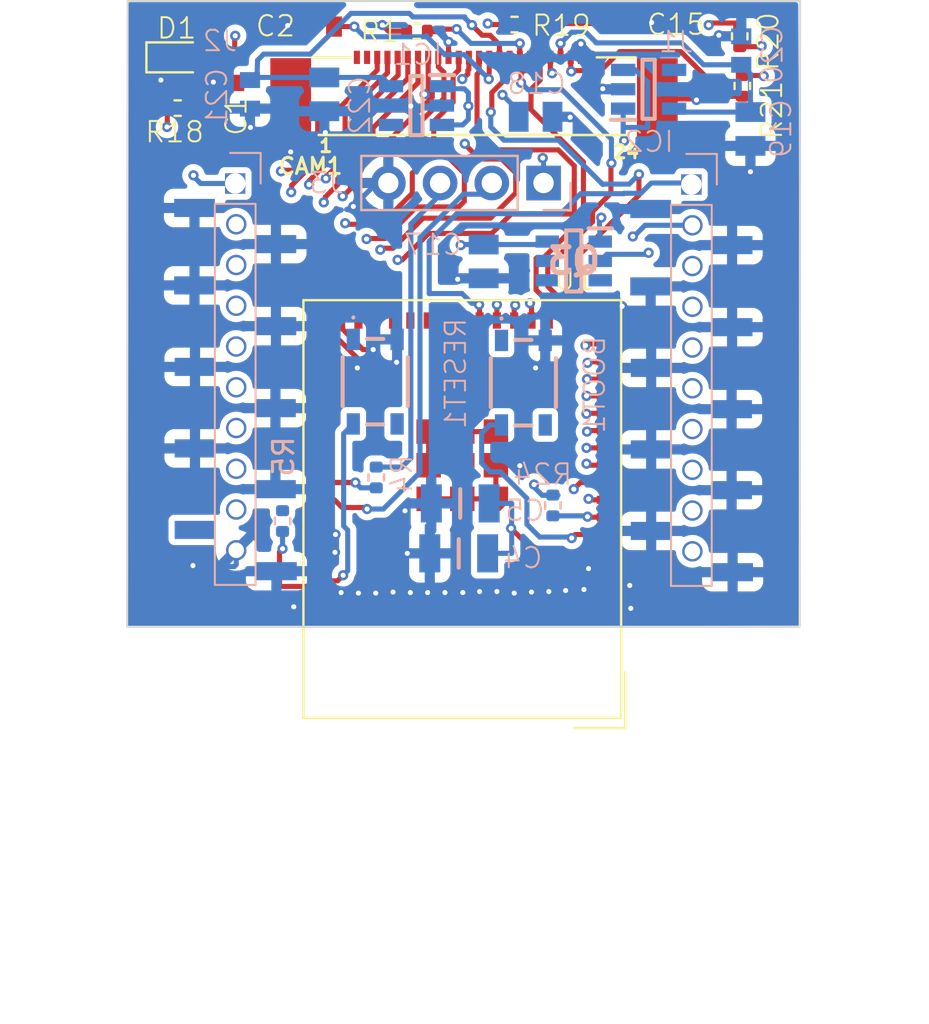
<source format=kicad_pcb>
(kicad_pcb (version 20221018) (generator pcbnew)
  (layers (0 "F.Cu" signal) (1 "In1.Cu" signal) (2 "In2.Cu" signal) (31 "B.Cu" power) (34 "B.Paste" user) (35 "F.Paste" user) (36 "B.SilkS" user "B.Silkscreen") (37 "F.SilkS" user "F.Silkscreen") (38 "B.Mask" user) (39 "F.Mask" user) (44 "Edge.Cuts" user))
  (net 0 "")
  (net 1 "GND")
  (net 2 "+3V0")
  (net 3 "+2V8")
  (net 4 "+1V2")
  (net 7 "/PWR_LED")
  (net 10 "/GPIO0")
  (net 11 "/GPIO1")
  (net 12 "/TXD0")
  (net 13 "/GPIO7")
  (net 14 "Net-(J3-Pin_3)")
  (net 15 "/RXD0")
  (net 16 "/GPIO18")
  (net 17 "/GPIO17")
  (net 34 "/TWI_SCK")
  (net 35 "/TWI_SDA")
  (net 38 "/GPIO2")
  (net 39 "/GPIO3")
  (net 40 "/GPIO4")
  (net 41 "/GPIO5")
  (net 42 "/GPIO6")
  (net 43 "/GPIO8")
  (net 44 "/GPIO9")
  (net 45 "/GPIO10")
  (net 46 "/GPIO11")
  (net 47 "/GPIO12")
  (net 48 "/GPIO13")
  (net 49 "/GPIO14")
  (net 50 "/GPIO19")
  (net 51 "/GPIO20")
  (net 52 "/GPIO21")
  (net 53 "/GPIO26")
  (net 55 "/GPIO33")
  (net 56 "/GPIO34")
  (net 57 "/GPIO35")
  (net 58 "/GPIO36")
  (net 59 "/GPIO37")
  (net 60 "/GPIO38")
  (net 61 "/GPIO39")
  (net 62 "/GPIO40")
  (net 63 "/GPIO41")
  (net 64 "/GPIO42")
  (net 65 "/GPIO45")
  (net 66 "/GPIO46")
  (net 67 "/EN")
  (net 68 "/PWDN")
  (net 69 "/CAM_VCC")
  (net 70 "Net-(Q3A-G)")
  (net 71 "unnconnected")
  (footprint "Resistor_SMD:R_0402_1005Metric" (layer "F.Cu") (at 162.5 76.15 180)
    (fp_text reference "R18")
    (fp_text value "5.1K")
  )
  (footprint "CAPACITOR0.1UF:CAPC1608X90N" (layer "F.Cu") (at 169.475 72.15 180)
    (fp_text reference "C2")
    (fp_text value "0.1uF" hide)
  )
  (footprint "Resistor_SMD:R_0402_1005Metric" (layer "F.Cu") (at 174.25 72.375 180)
    (fp_text reference "R1")
    (fp_text value "1K")
  )
  (footprint "Resistor_SMD:R_0402_1005Metric" (layer "F.Cu") (at 190.1 72.625 -90)
    (fp_text reference "R20")
    (fp_text value "4.7K")
  )
  (footprint "new:ESP32-S2-MINI-2" (layer "F.Cu") (at 176.475 101.075 180)
    (fp_text reference "U1")
    (fp_text value "ESP32-S2-MINI-2")
  )
  (footprint "Resistor_SMD:R_0402_1005Metric" (layer "F.Cu") (at 179.04 72.05 180)
    (fp_text reference "R19")
    (fp_text value "4.7K")
  )
  (footprint "Resistor_SMD:R_0402_1005Metric" (layer "F.Cu") (at 190.225 75.06 90)
    (fp_text reference "R21")
    (fp_text value "4.7K")
  )
  (footprint "OV2640:FPC-24" (layer "F.Cu") (at 177.05 73.66 180)
    (fp_text reference "CAM1")
    (fp_text value "OV2640 CONNECTOR")
  )
  (footprint "LED_SMD:LED_0603_1608Metric" (layer "F.Cu") (at 162.45 73.66)
    (fp_text reference "D1")
    (fp_text value "LED")
  )
  (footprint "CAPACITOR15PF:CAPC1608X87N" (layer "F.Cu") (at 165.3 74.245 -90)
    (fp_text reference "C1")
    (fp_text value "15pF" hide)
  )
  (footprint "CAPACITOR0.1UF:CAPC1608X90N" (layer "F.Cu") (at 184.275 72 180)
    (fp_text reference "C15")
    (fp_text value "0.1uF" hide)
  )
  (footprint "TPS7A0212PDBVR:SOT95P280X145-5N" (layer "B.Cu") (at 174.225 76.025 180)
    (fp_text reference "IC1")
    (fp_text value "TPS7A0212PDBVR" hide)
  )
  (footprint "NEW-SWITCH:TS204225WT160SMTTR" (layer "B.Cu") (at 179.475 89.625 -90)
    (fp_text reference "BOOT1")
    (fp_text value "TS20-42-25-WT-160-SMT-TR" hide)
  )
  (footprint "CAPACITOR0.1UF:CAPC1608X90N" (layer "B.Cu") (at 166.05 75.475 -90)
    (fp_text reference "C21")
    (fp_text value "0.1uF" hide)
  )
  (footprint "CONN_01X10_CRAZTFLIE:CONN_PINHEADERS_01X10_CRAZYFLIE" (layer "B.Cu") (at 183.975 72.4 180)
    (fp_text reference "J1")
    (fp_text value "Conn_01x10_Pin RIGHT")
  )
  (footprint "CAPACITOR0.1UF50V:CAPC3216X170N" (layer "B.Cu") (at 176.375 95.55 180)
    (fp_text reference "C5")
    (fp_text value "0.1uF/50V(1%)" hide)
  )
  (footprint "CONN_01X10_CRAZTFLIE:CONN_PINHEADERS_01X10_CRAZYFLIE" (layer "B.Cu") (at 161.575 72.35 180)
    (fp_text reference "J2")
    (fp_text value "Conn_01x10_Pin LEFT")
  )
  (footprint "CAPACITOR10UF:CAPC2012X145N" (layer "B.Cu") (at 177.525 83.675 -90)
    (fp_text reference "C17")
    (fp_text value "10uF" hide)
  )
  (footprint "NEW-SWITCH:TS204225WT160SMTTR" (layer "B.Cu") (at 172.2 89.575 -90)
    (fp_text reference "RESET1")
    (fp_text value "TS20-42-25-WT-160-SMT-TR" hide)
  )
  (footprint "Resistor_SMD:R_0402_1005Metric" (layer "B.Cu") (at 167.65 96.415 90)
    (fp_text reference "R5")
    (fp_text value "10K")
  )
  (footprint "CAPACITOR0.1UF50V:CAPC3216X170N" (layer "B.Cu") (at 176.3 98 180)
    (fp_text reference "C4")
    (fp_text value "0.1uF/50V(1%)" hide)
  )
  (footprint "CAPACITOR0.1UF:CAPC1608X90N" (layer "B.Cu") (at 190.175 73.325 90)
    (fp_text reference "C20")
    (fp_text value "0.1uF" hide)
  )
  (footprint "DMP3098LDM-7:SOT95P285X140-6N" (layer "B.Cu") (at 181.95 83.65 180)
    (fp_text reference "Q3")
    (fp_text value "DMP3098LDM-7" hide)
  )
  (footprint "CAPACITOR10UF:CAPC2012X145N" (layer "B.Cu") (at 180.075 76.575)
    (fp_text reference "C18")
    (fp_text value "10uF" hide)
  )
  (footprint "CAPACITOR10UF:CAPC2012X145N" (layer "B.Cu") (at 190.625 77.175 -90)
    (fp_text reference "C19")
    (fp_text value "10uF" hide)
  )
  (footprint "TPS7A0228PDBVR:SOT95P280X145-5N" (layer "B.Cu") (at 185.625 75.225)
    (fp_text reference "IC2")
    (fp_text value "TPS7A0228PDBVR" hide)
  )
  (footprint "Resistor_SMD:R_0402_1005Metric" (layer "B.Cu") (at 180.925 95.65 -90)
    (fp_text reference "R24")
    (fp_text value "1K")
  )
  (footprint "CAPACITOR10UF:CAPC2012X145N" (layer "B.Cu") (at 169.7 75.475 -90)
    (fp_text reference "C22")
    (fp_text value "10uF" hide)
  )
  (footprint "Connector_PinHeader_2.54mm:PinHeader_1x04_P2.54mm_Vertical" (layer "B.Cu") (at 180.465 79.825 90)
    (fp_text reference "J3")
    (fp_text value "Conn_01x04")
  )
  (footprint "Resistor_SMD:R_0402_1005Metric" (layer "B.Cu") (at 172.25 94.275 -90)
    (fp_text reference "R4")
    (fp_text value "499 R")
  )
  (gr_poly (pts (xy 160.045 70.895) (xy 193.065 70.895) (xy 193.04 101.6) (xy 160.02 101.6)) (stroke (width 0.1)) (fill none) (layer "Edge.Cuts"))
  (segment (start 173.075 99.9) (end 173.075 100.675) (width 0.25) (layer "F.Cu") (net 1))
  (segment (start 168.025 72.15) (end 167.975 72.1) (width 0.25) (layer "F.Cu") (net 1))
  (segment (start 168.05 78.3) (end 168.05 78.2) (width 0.25) (layer "F.Cu") (net 1))
  (segment (start 185.775 71.875) (end 185.675 71.975) (width 0.25) (layer "F.Cu") (net 1))
  (segment (start 179.25 93.675) (end 179.225 93.675) (width 0.25) (layer "F.Cu") (net 1))
  (segment (start 176.475 99.95) (end 176.5 99.925) (width 0.25) (layer "F.Cu") (net 1))
  (segment (start 174.825 95.325) (end 176.475 95.325) (width 0.25) (layer "F.Cu") (net 1))
  (segment (start 172.8495 72.375) (end 173.74 72.375) (width 0.25) (layer "F.Cu") (net 1))
  (segment (start 181.55 100.65) (end 181.575 100.675) (width 0.25) (layer "F.Cu") (net 1))
  (segment (start 184.65 99.625) (end 184.7 99.575) (width 0.25) (layer "F.Cu") (net 1))
  (segment (start 169.475 86.575) (end 171.325 88.425) (width 0.25) (layer "F.Cu") (net 1))
  (segment (start 161.675 74.775) (end 161.8 74.775) (width 0.25) (layer "F.Cu") (net 1))
  (segment (start 171.6 88) (end 172.1 88) (width 0.25) (layer "F.Cu") (net 1))
  (segment (start 172.225 99.95) (end 172.225 100.675) (width 0.25) (layer "F.Cu") (net 1))
  (segment (start 178.125 93.675) (end 179.2 93.675) (width 0.25) (layer "F.Cu") (net 1))
  (segment (start 185.7 71.95) (end 185.775 71.95) (width 0.25) (layer "F.Cu") (net 1))
  (segment (start 168.2 100.625) (end 169.425 100.625) (width 0.25) (layer "F.Cu") (net 1))
  (segment (start 171.325 88.425) (end 171.325 88.9) (width 0.25) (layer "F.Cu") (net 1))
  (segment (start 180.725 99.875) (end 180.775 99.875) (width 0.25) (layer "F.Cu") (net 1))
  (segment (start 185.775 71.95) (end 185.775 71.875) (width 0.25) (layer "F.Cu") (net 1))
  (segment (start 161.675 74.65) (end 161.675 74.775) (width 0.25) (layer "F.Cu") (net 1))
  (segment (start 174.825 92.025) (end 174.825 93.675) (width 0.25) (layer "F.Cu") (net 1))
  (segment (start 170.2 97.925) (end 170.225 97.95) (width 0.25) (layer "F.Cu") (net 1))
  (segment (start 171.375 99.95) (end 171.375 100.675) (width 0.25) (layer "F.Cu") (net 1))
  (segment (start 182.3 73) (end 182.3 73.05) (width 0.25) (layer "F.Cu") (net 1))
  (segment (start 169.425 100.625) (end 169.475 100.675) (width 0.25) (layer "F.Cu") (net 1))
  (segment (start 176.475 95.325) (end 178.125 95.325) (width 0.25) (layer "F.Cu") (net 1))
  (segment (start 183.625 86.575) (end 184.325 85.875) (width 0.25) (layer "F.Cu") (net 1))
  (segment (start 176.475 100.675) (end 176.475 99.95) (width 0.25) (layer "F.Cu") (net 1))
  (segment (start 181.55 99.825) (end 181.55 100.65) (width 0.25) (layer "F.Cu") (net 1))
  (segment (start 174.775 99.925) (end 174.775 100.675) (width 0.25) (layer "F.Cu") (net 1))
  (segment (start 184.725 100.675) (end 183.475 100.675) (width 0.25) (layer "F.Cu") (net 1))
  (segment (start 170.525 100.675) (end 170.525 99.925) (width 0.25) (layer "F.Cu") (net 1))
  (segment (start 164.35 74.875) (end 164.25 74.875) (width 0.25) (layer "F.Cu") (net 1))
  (segment (start 182.45 99.775) (end 182.45 100.65) (width 0.25) (layer "F.Cu") (net 1))
  (segment (start 167.975 72.1) (end 167.9 72.1) (width 0.25) (layer "F.Cu") (net 1))
  (segment (start 175.8 73.66) (end 175.8 72.9) (width 0.25) (layer "F.Cu") (net 1))
  (segment (start 183.475 99.625) (end 184.65 99.625) (width 0.25) (layer "F.Cu") (net 1))
  (segment (start 165.3 74.915) (end 164.39 74.915) (width 0.25) (layer "F.Cu") (net 1))
  (segment (start 178.125 92.025) (end 176.475 92.025) (width 0.25) (layer "F.Cu") (net 1))
  (segment (start 170.525 86.575) (end 170.525 86.925) (width 0.25) (layer "F.Cu") (net 1))
  (segment (start 175.8 72.9) (end 175.8 73.05) (width 0.25) (layer "F.Cu") (net 1))
  (segment (start 170.25 97.075) (end 169.475 97.075) (width 0.25) (layer "F.Cu") (net 1))
  (segment (start 161.6625 73.66) (end 161.6625 74.6375) (width 0.25) (layer "F.Cu") (net 1))
  (segment (start 176.475 92.025) (end 176.475 93.675) (width 0.25) (layer "F.Cu") (net 1))
  (segment (start 182.45 100.65) (end 182.425 100.675) (width 0.25) (layer "F.Cu") (net 1))
  (segment (start 175.625 99.925) (end 175.625 100.675) (width 0.25) (layer "F.Cu") (net 1))
  (segment (start 185.65 72) (end 185.7 71.95) (width 0.25) (layer "F.Cu") (net 1))
  (segment (start 178.125 95.325) (end 178.125 93.675) (width 0.25) (layer "F.Cu") (net 1))
  (segment (start 161.8 74.775) (end 161.675 74.65) (width 0.25) (layer "F.Cu") (net 1))
  (segment (start 179.3 93.7) (end 179.25 93.675) (width 0.25) (layer "F.Cu") (net 1))
  (segment (start 187.925 75.7) (end 187.975 75.75) (width 0.25) (layer "F.Cu") (net 1))
  (segment (start 168.775 72.15) (end 168.025 72.15) (width 0.25) (layer "F.Cu") (net 1))
  (segment (start 184.75 100.7) (end 184.725 100.675) (width 0.25) (layer "F.Cu") (net 1))
  (segment (start 186.05 75.7) (end 187.925 75.7) (width 0.25) (layer "F.Cu") (net 1))
  (segment (start 183.475 100.675) (end 183.475 100.575) (width 0.25) (layer "F.Cu") (net 1))
  (segment (start 183.475 86.575) (end 183.625 86.575) (width 0.25) (layer "F.Cu") (net 1))
  (segment (start 177.325 99.875) (end 177.325 100.675) (width 0.25) (layer "F.Cu") (net 1))
  (segment (start 173.925 99.925) (end 173.925 100.675) (width 0.25) (layer "F.Cu") (net 1))
  (segment (start 182.3 73.66) (end 182.3 73) (width 0.25) (layer "F.Cu") (net 1))
  (segment (start 164.25 74.775) (end 164.375 74.9) (width 0.25) (layer "F.Cu") (net 1))
  (segment (start 176.475 93.675) (end 176.475 95.325) (width 0.25) (layer "F.Cu") (net 1))
  (segment (start 175.625 99.925) (end 175.725 99.925) (width 0.25) (layer "F.Cu") (net 1))
  (segment (start 183.475 98.775) (end 182.75 98.775) (width 0.25) (layer "F.Cu") (net 1))
  (segment (start 179.875 99.9) (end 179.875 100.675) (width 0.25) (layer "F.Cu") (net 1))
  (segment (start 184.975 72) (end 185.65 72) (width 0.25) (layer "F.Cu") (net 1))
  (segment (start 168.05 75.7) (end 168.05 78.3) (width 0.25) (layer "F.Cu") (net 1))
  (segment (start 169.475 97.925) (end 170.2 97.925) (width 0.25) (layer "F.Cu") (net 1))
  (segment (start 176.475 92.025) (end 174.825 92.025) (width 0.25) (layer "F.Cu") (net 1))
  (segment (start 164.39 74.915) (end 164.35 74.875) (width 0.25) (layer "F.Cu") (net 1))
  (segment (start 178.175 99.875) (end 178.175 100.675) (width 0.25) (layer "F.Cu") (net 1))
  (segment (start 161.6625 74.6375) (end 161.675 74.65) (width 0.25) (layer "F.Cu") (net 1))
  (segment (start 179.025 99.95) (end 179.025 100.675) (width 0.25) (layer "F.Cu") (net 1))
  (segment (start 180.725 99.875) (end 180.725 100.675) (width 0.25) (layer "F.Cu") (net 1))
  (segment (start 170.525 86.925) (end 171.6 88) (width 0.25) (layer "F.Cu") (net 1))
  (segment (start 172.55 72.0755) (end 172.8495 72.375) (width 0.25) (layer "F.Cu") (net 1))
  (segment (start 174.825 93.675) (end 174.825 95.325) (width 0.25) (layer "F.Cu") (net 1))
  (segment (start 178.125 93.675) (end 178.125 92.025) (width 0.25) (layer "F.Cu") (net 1))
  (segment (start 164.25 74.875) (end 164.25 74.775) (width 0.25) (layer "F.Cu") (net 1))
  (segment (start 179.2 93.675) (end 179.3 93.7) (width 0.25) (layer "F.Cu") (net 1))
  (segment (start 167.9 72.1) (end 167.9 72.025) (width 0.25) (layer "F.Cu") (net 1))
  (segment (start 167.9 72.025) (end 168 72.125) (width 0.25) (layer "F.Cu") (net 1))
  (via (at 173.6625 95.9125) (size 0.5) (drill 0.25) (layers "F.Cu" "B.Cu") (net 1))
  (via (at 173.925 99.925) (size 0.5) (drill 0.25) (layers "F.Cu" "B.Cu") (net 1))
  (via (at 167.9 72.1) (size 0.5) (drill 0.25) (layers "F.Cu" "B.Cu") (net 1))
  (via (at 177.325 99.875) (size 0.5) (drill 0.25) (layers "F.Cu" "B.Cu") (net 1))
  (via (at 166.075 77.1) (size 0.5) (drill 0.25) (layers "F.Cu" "B.Cu") (net 1))
  (via (at 173.95 76.05) (size 0.5) (drill 0.25) (layers "F.Cu" "B.Cu") (net 1))
  (via (at 163.25 98.6) (size 0.5) (drill 0.25) (layers "F.Cu" "B.Cu") (net 1))
  (via (at 173.075 99.9) (size 0.5) (drill 0.25) (layers "F.Cu" "B.Cu") (net 1))
  (via (at 179.875 99.9) (size 0.5) (drill 0.25) (layers "F.Cu" "B.Cu") (net 1))
  (via (at 184.325 85.875) (size 0.5) (drill 0.25) (layers "F.Cu" "B.Cu") (net 1))
  (via (at 184.75 100.7) (size 0.5) (drill 0.25) (layers "F.Cu" "B.Cu") (net 1))
  (via (at 168.2 100.625) (size 0.5) (drill 0.25) (layers "F.Cu" "B.Cu") (net 1))
  (via (at 173.775 98) (size 0.5) (drill 0.25) (layers "F.Cu" "B.Cu") (net 1))
  (via (at 180.075 88.9) (size 0.5) (drill 0.25) (layers "F.Cu" "B.Cu") (net 1))
  (via (at 182.675 98.75) (size 0.5) (drill 0.25) (layers "F.Cu" "B.Cu") (net 1))
  (via (at 164.25 74.875) (size 0.5) (drill 0.25) (layers "F.Cu" "B.Cu") (net 1))
  (via (at 176.25 84.55) (size 0.5) (drill 0.25) (layers "F.Cu" "B.Cu") (net 1))
  (via (at 179.3 93.7) (size 0.5) (drill 0.25) (layers "F.Cu" "B.Cu") (net 1))
  (via (at 173.25 88.625) (size 0.5) (drill 0.25) (layers "F.Cu" "B.Cu") (net 1))
  (via (at 170.25 97.075) (size 0.5) (drill 0.25) (layers "F.Cu" "B.Cu") (net 1))
  (via (at 182.3 73) (size 0.5) (drill 0.25) (layers "F.Cu" "B.Cu") (net 1))
  (via (at 170.525 99.925) (size 0.5) (drill 0.25) (layers "F.Cu" "B.Cu") (net 1))
  (via (at 171.375 99.95) (size 0.5) (drill 0.25) (layers "F.Cu" "B.Cu") (net 1))
  (via (at 176.5 99.925) (size 0.5) (drill 0.25) (layers "F.Cu" "B.Cu") (net 1))
  (via (at 190.625 79.275) (size 0.5) (drill 0.25) (layers "F.Cu" "B.Cu") (net 1))
  (via (at 182.45 99.775) (size 0.5) (drill 0.25) (layers "F.Cu" "B.Cu") (net 1))
  (via (at 168.05 78.3) (size 0.5) (drill 0.25) (layers "F.Cu" "B.Cu") (net 1))
  (via (at 171.125 80.975) (size 0.5) (drill 0.25) (layers "F.Cu" "B.Cu") (net 1))
  (via (at 181.775 76.6) (size 0.5) (drill 0.25) (layers "F.Cu" "B.Cu") (net 1))
  (via (at 172.1 88) (size 0.5) (drill 0.25) (layers "F.Cu" "B.Cu") (net 1))
  (via (at 175.8 72.9) (size 0.5) (drill 0.25) (layers "F.Cu" "B.Cu") (net 1))
  (via (at 180.725 99.875) (size 0.5) (drill 0.25) (layers "F.Cu" "B.Cu") (net 1))
  (via (at 172.55 72.0755) (size 0.5) (drill 0.25) (layers "F.Cu" "B.Cu") (net 1))
  (via (at 161.675 74.775) (size 0.5) (drill 0.25) (layers "F.Cu" "B.Cu") (net 1))
  (via (at 175.625 99.925) (size 0.5) (drill 0.25) (layers "F.Cu" "B.Cu") (net 1))
  (via (at 189.075 72.575) (size 0.5) (drill 0.25) (layers "F.Cu" "B.Cu") (net 1))
  (via (at 183.375 75.2) (size 0.5) (drill 0.25) (layers "F.Cu" "B.Cu") (net 1))
  (via (at 171.325 88.9) (size 0.5) (drill 0.25) (layers "F.Cu" "B.Cu") (net 1))
  (via (at 178.175 99.875) (size 0.5) (drill 0.25) (layers "F.Cu" "B.Cu") (net 1))
  (via (at 172.225 99.95) (size 0.5) (drill 0.25) (layers "F.Cu" "B.Cu") (net 1))
  (via (at 179.025 99.95) (size 0.5) (drill 0.25) (layers "F.Cu" "B.Cu") (net 1))
  (via (at 174.775 99.925) (size 0.5) (drill 0.25) (layers "F.Cu" "B.Cu") (net 1))
  (via (at 187.975 75.75) (size 0.5) (drill 0.25) (layers "F.Cu" "B.Cu") (net 1))
  (via (at 169.75 77.35) (size 0.5) (drill 0.25) (layers "F.Cu" "B.Cu") (net 1))
  (via (at 170.225 97.95) (size 0.5) (drill 0.25) (layers "F.Cu" "B.Cu") (net 1))
  (via (at 181.55 99.825) (size 0.5) (drill 0.25) (layers "F.Cu" "B.Cu") (net 1))
  (via (at 184.7 99.575) (size 0.5) (drill 0.25) (layers "F.Cu" "B.Cu") (net 1))
  (via (at 185.775 71.95) (size 0.5) (drill 0.25) (layers "F.Cu" "B.Cu") (net 1))
  (segment (start 183.5 75.225) (end 183.375 75.2) (width 0.25) (layer "B.Cu") (net 1))
  (segment (start 180.55 88.4) (end 180.225 88.725) (width 0.25) (layer "B.Cu") (net 1))
  (segment (start 173.275 87.5) (end 173.275 88.575) (width 0.25) (layer "B.Cu") (net 1))
  (segment (start 172.275 79.825) (end 172.845 79.825) (width 0.25) (layer "B.Cu") (net 1))
  (segment (start 165.35 98.575) (end 165.275 98.65) (width 0.25) (layer "B.Cu") (net 1))
  (segment (start 173.95 76.05) (end 175.45 76.05) (width 0.25) (layer "B.Cu") (net 1))
  (segment (start 173.775 98) (end 174.88 98) (width 0.25) (layer "B.Cu") (net 1))
  (segment (start 180.15 88.8) (end 180.275 88.675) (width 0.25) (layer "B.Cu") (net 1))
  (segment (start 166.05 77.075) (end 166.05 76.925) (width 0.25) (layer "B.Cu") (net 1))
  (segment (start 190.625 78.005) (end 190.625 79.125) (width 0.25) (layer "B.Cu") (net 1))
  (segment (start 163.5 98.65) (end 163.525 98.65) (width 0.25) (layer "B.Cu") (net 1))
  (segment (start 163.55 98.65) (end 163.325 98.625) (width 0.25) (layer "B.Cu") (net 1))
  (segment (start 169.7 76.305) (end 169.7 77.375) (width 0.25) (layer "B.Cu") (net 1))
  (segment (start 183.375 75.2) (end 183.45 75.225) (width 0.25) (layer "B.Cu") (net 1))
  (segment (start 176.325 84.5) (end 176.33 84.505) (width 0.25) (layer "B.Cu") (net 1))
  (segment (start 189.35 72.625) (end 189.125 72.55) (width 0.25) (layer "B.Cu") (net 1))
  (segment (start 183.45 75.225) (end 183.475 75.225) (width 0.25) (layer "B.Cu") (net 1))
  (segment (start 190.625 79.125) (end 190.625 79.05) (width 0.25) (layer "B.Cu") (net 1))
  (segment (start 181.725 76.6) (end 181.725 76.575) (width 0.25) (layer "B.Cu") (net 1))
  (segment (start 190.175 72.625) (end 189.35 72.625) (width 0.25) (layer "B.Cu") (net 1))
  (segment (start 175.45 76.05) (end 175.475 76.025) (width 0.25) (layer "B.Cu") (net 1))
  (segment (start 174.025 95.55) (end 174.955 95.55) (width 0.25) (layer "B.Cu") (net 1))
  (segment (start 180.225 88.725) (end 180.15 88.725) (width 0.25) (layer "B.Cu") (net 1))
  (segment (start 180.905 76.575) (end 181.725 76.6) (width 0.25) (layer "B.Cu") (net 1))
  (segment (start 184.375 75.225) (end 183.5 75.225) (width 0.25) (layer "B.Cu") (net 1))
  (segment (start 175.55 76.1) (end 175.475 76.025) (width 0.25) (layer "B.Cu") (net 1))
  (segment (start 165.275 98.65) (end 163.55 98.65) (width 0.25) (layer "B.Cu") (net 1))
  (segment (start 180.55 87.55) (end 180.55 88.4) (width 0.25) (layer "B.Cu") (net 1))
  (segment (start 189.125 72.55) (end 189.2 72.625) (width 0.25) (layer "B.Cu") (net 1))
  (segment (start 165.375 97.85) (end 165.375 98.55) (width 0.25) (layer "B.Cu") (net 1))
  (segment (start 180.15 88.725) (end 180.15 88.8) (width 0.25) (layer "B.Cu") (net 1))
  (segment (start 176.325 84.5) (end 176.525 84.5) (width 0.25) (layer "B.Cu") (net 1))
  (segment (start 171.125 80.975) (end 172.275 79.825) (width 0.25) (layer "B.Cu") (net 1))
  (segment (start 166.05 76.175) (end 166.05 77.075) (width 0.25) (layer "B.Cu") (net 1))
  (segment (start 165.375 98.55) (end 165.35 98.575) (width 0.25) (layer "B.Cu") (net 1))
  (segment (start 173.6625 95.9125) (end 174.025 95.55) (width 0.25) (layer "B.Cu") (net 1))
  (segment (start 169.7 77.375) (end 169.7 77.275) (width 0.25) (layer "B.Cu") (net 1))
  (segment (start 189.2 72.625) (end 189.275 72.625) (width 0.25) (layer "B.Cu") (net 1))
  (segment (start 176.33 84.505) (end 177.525 84.505) (width 0.25) (layer "B.Cu") (net 1))
  (segment (start 163.325 98.625) (end 163.5 98.65) (width 0.25) (layer "B.Cu") (net 1))
  (segment (start 191.125 73.135) (end 191.09 73.135) (width 0.25) (layer "F.Cu") (net 2))
  (segment (start 191.275 74.575) (end 191.25 74.55) (width 0.25) (layer "F.Cu") (net 2))
  (segment (start 177.9 72.05) (end 177.725 72) (width 0.25) (layer "F.Cu") (net 2))
  (segment (start 183.475 97.925) (end 180.025 97.925) (width 0.25) (layer "F.Cu") (net 2))
  (segment (start 177.8 72.05) (end 177.85 72.05) (width 0.25) (layer "F.Cu") (net 2))
  (segment (start 190.1 73.135) (end 191.055 73.135) (width 0.25) (layer "F.Cu") (net 2))
  (segment (start 180.025 97.925) (end 178.875 96.775) (width 0.25) (layer "F.Cu") (net 2))
  (segment (start 191.055 73.135) (end 191.175 73.1) (width 0.25) (layer "F.Cu") (net 2))
  (segment (start 161.975 77.075) (end 161.99 77.06) (width 0.25) (layer "F.Cu") (net 2))
  (segment (start 190.225 74.55) (end 191.2 74.55) (width 0.25) (layer "F.Cu") (net 2))
  (segment (start 161.99 77.06) (end 161.99 76.15) (width 0.25) (layer "F.Cu") (net 2))
  (segment (start 178.53 72.05) (end 177.9 72.05) (width 0.25) (layer "F.Cu") (net 2))
  (segment (start 177.725 72) (end 177.8 72.05) (width 0.25) (layer "F.Cu") (net 2))
  (segment (start 191.175 73.1) (end 191.125 73.135) (width 0.25) (layer "F.Cu") (net 2))
  (segment (start 191.2 74.55) (end 191.275 74.575) (width 0.25) (layer "F.Cu") (net 2))
  (segment (start 161.975 77.075) (end 161.975 76.95) (width 0.25) (layer "F.Cu") (net 2))
  (segment (start 191.25 74.55) (end 191.225 74.55) (width 0.25) (layer "F.Cu") (net 2))
  (via (at 176.4 82.875) (size 0.5) (drill 0.25) (layers "F.Cu" "B.Cu") (net 2))
  (via (at 163.275 79.45) (size 0.5) (drill 0.25) (layers "F.Cu" "B.Cu") (net 2))
  (via (at 180.425 78.6) (size 0.5) (drill 0.25) (layers "F.Cu" "B.Cu") (net 2))
  (via (at 177.725 72) (size 0.5) (drill 0.25) (layers "F.Cu" "B.Cu") (net 2))
  (via (at 178.875 96.775) (size 0.5) (drill 0.25) (layers "F.Cu" "B.Cu") (net 2))
  (via (at 161.975 77.075) (size 0.5) (drill 0.25) (layers "F.Cu" "B.Cu") (net 2))
  (via (at 191.175 73.1) (size 0.5) (drill 0.25) (layers "F.Cu" "B.Cu") (net 2))
  (via (at 191.275 74.575) (size 0.5) (drill 0.25) (layers "F.Cu" "B.Cu") (net 2))
  (segment (start 180.465 79.825) (end 180.465 78.64) (width 0.25) (layer "B.Cu") (net 2))
  (segment (start 178.9 96.8) (end 178.875 96.775) (width 0.25) (layer "B.Cu") (net 2))
  (segment (start 180.505 82.845) (end 180.65 82.7) (width 0.25) (layer "B.Cu") (net 2))
  (segment (start 178.9 95.55) (end 178.9 96.75) (width 0.25) (layer "B.Cu") (net 2))
  (segment (start 163.275 79.5) (end 163.275 79.45) (width 0.25) (layer "B.Cu") (net 2))
  (segment (start 176.4 82.875) (end 176.37 82.845) (width 0.25) (layer "B.Cu") (net 2))
  (segment (start 176.37 82.845) (end 177.525 82.845) (width 0.25) (layer "B.Cu") (net 2))
  (segment (start 163.225 79.45) (end 163.325 79.55) (width 0.25) (layer "B.Cu") (net 2))
  (segment (start 177.795 95.55) (end 178.9 95.55) (width 0.25) (layer "B.Cu") (net 2))
  (segment (start 163.625 79.85) (end 163.275 79.5) (width 0.25) (layer "B.Cu") (net 2))
  (segment (start 177.72 98) (end 178.9 98) (width 0.25) (layer "B.Cu") (net 2))
  (segment (start 176.4 82.875) (end 176.35 82.825) (width 0.25) (layer "B.Cu") (net 2))
  (segment (start 163.275 79.45) (end 163.225 79.45) (width 0.25) (layer "B.Cu") (net 2))
  (segment (start 178.9 96.75) (end 178.875 96.775) (width 0.25) (layer "B.Cu") (net 2))
  (segment (start 180.465 78.64) (end 180.425 78.6) (width 0.25) (layer "B.Cu") (net 2))
  (segment (start 178.9 98) (end 178.9 96.8) (width 0.25) (layer "B.Cu") (net 2))
  (segment (start 165.325 79.85) (end 163.625 79.85) (width 0.25) (layer "B.Cu") (net 2))
  (segment (start 177.525 82.845) (end 180.505 82.845) (width 0.25) (layer "B.Cu") (net 2))
  (segment (start 181.3 73.66) (end 181.3 72.975) (width 0.25) (layer "F.Cu") (net 3))
  (segment (start 181.3 72.975) (end 181.3 73.025) (width 0.25) (layer "F.Cu") (net 3))
  (via (at 181.3 72.975) (size 0.5) (drill 0.25) (layers "F.Cu" "B.Cu") (net 3))
  (segment (start 187.045 76.345) (end 190.625 76.345) (width 0.25) (layer "B.Cu") (net 3))
  (segment (start 190.625 74.475) (end 190.175 74.025) (width 0.25) (layer "B.Cu") (net 3))
  (segment (start 181.3 72.975) (end 181.85 72.425) (width 0.25) (layer "B.Cu") (net 3))
  (segment (start 183.05 72.95) (end 187.25 72.95) (width 0.25) (layer "B.Cu") (net 3))
  (segment (start 186.875 76.175) (end 187.045 76.345) (width 0.25) (layer "B.Cu") (net 3))
  (segment (start 182.538173 72.425) (end 183.05 72.936827) (width 0.25) (layer "B.Cu") (net 3))
  (segment (start 187.25 72.95) (end 188.325 74.025) (width 0.25) (layer "B.Cu") (net 3))
  (segment (start 181.85 72.425) (end 182.538173 72.425) (width 0.25) (layer "B.Cu") (net 3))
  (segment (start 190.625 76.345) (end 190.625 74.475) (width 0.25) (layer "B.Cu") (net 3))
  (segment (start 188.325 74.025) (end 190.175 74.025) (width 0.25) (layer "B.Cu") (net 3))
  (segment (start 183.05 72.936827) (end 183.05 72.95) (width 0.25) (layer "B.Cu") (net 3))
  (segment (start 178.3 73.66) (end 178.3 73.035) (width 0.25) (layer "F.Cu") (net 4))
  (segment (start 177.84 72.575) (end 177.45 72.575) (width 0.25) (layer "F.Cu") (net 4))
  (segment (start 177.45 72.575) (end 176.95 72.075) (width 0.25) (layer "F.Cu") (net 4))
  (segment (start 178.3 73.035) (end 177.84 72.575) (width 0.25) (layer "F.Cu") (net 4))
  (segment (start 176.95 72.075) (end 177 72.125) (width 0.25) (layer "F.Cu") (net 4))
  (via (at 176.95 72.075) (size 0.5) (drill 0.25) (layers "F.Cu" "B.Cu") (net 4))
  (segment (start 171.011327 71.5005) (end 169.011827 73.5) (width 0.25) (layer "B.Cu") (net 4))
  (segment (start 176.6 71.725) (end 176.6 71.675) (width 0.25) (layer "B.Cu") (net 4))
  (segment (start 174.05 71.675) (end 173.8755 71.5005) (width 0.25) (layer "B.Cu") (net 4))
  (segment (start 172.545 74.645) (end 172.975 75.075) (width 0.25) (layer "B.Cu") (net 4))
  (segment (start 169.011827 73.5) (end 166.725 73.5) (width 0.25) (layer "B.Cu") (net 4))
  (segment (start 169.7 74.645) (end 172.545 74.645) (width 0.25) (layer "B.Cu") (net 4))
  (segment (start 173.8755 71.5005) (end 171.011327 71.5005) (width 0.25) (layer "B.Cu") (net 4))
  (segment (start 166.4 74.425) (end 166.425 73.8) (width 0.25) (layer "B.Cu") (net 4))
  (segment (start 166.05 74.775) (end 166.4 74.425) (width 0.25) (layer "B.Cu") (net 4))
  (segment (start 166.725 73.5) (end 166.425 73.8) (width 0.25) (layer "B.Cu") (net 4))
  (segment (start 176.6 71.675) (end 174.05 71.675) (width 0.25) (layer "B.Cu") (net 4))
  (segment (start 166.18 74.645) (end 166.05 74.775) (width 0.25) (layer "B.Cu") (net 4))
  (segment (start 169.7 74.645) (end 166.18 74.645) (width 0.25) (layer "B.Cu") (net 4))
  (segment (start 176.95 72.075) (end 176.6 71.725) (width 0.25) (layer "B.Cu") (net 4))
  (segment (start 163.01 76.15) (end 163.01 73.8875) (width 0.25) (layer "F.Cu") (net 7))
  (segment (start 163.01 73.8875) (end 163.2375 73.66) (width 0.25) (layer "F.Cu") (net 7))
  (segment (start 182.025 97.075) (end 181.85 97.25) (width 0.25) (layer "F.Cu") (net 10))
  (segment (start 183.475 97.075) (end 182.025 97.075) (width 0.25) (layer "F.Cu") (net 10))
  (via (at 181.85 97.25) (size 0.5) (drill 0.25) (layers "F.Cu" "B.Cu") (net 10))
  (segment (start 181.85 97.25) (end 181.7 97.2) (width 0.25) (layer "B.Cu") (net 10))
  (segment (start 179.65 96.575) (end 180.275 97.2) (width 0.25) (layer "B.Cu") (net 10))
  (segment (start 181.6 97.2) (end 181.85 97.25) (width 0.25) (layer "B.Cu") (net 10))
  (segment (start 181.7 97.2) (end 181.65 97.2) (width 0.25) (layer "B.Cu") (net 10))
  (segment (start 180.275 97.2) (end 181.6 97.2) (width 0.25) (layer "B.Cu") (net 10))
  (segment (start 179.65 95.305) (end 179.65 96.575) (width 0.25) (layer "B.Cu") (net 10))
  (segment (start 178.345 94) (end 179.65 95.305) (width 0.25) (layer "B.Cu") (net 10))
  (segment (start 177.825 91.7) (end 177.425 92.1) (width 0.25) (layer "B.Cu") (net 10))
  (segment (start 177.85 94) (end 178.345 94) (width 0.25) (layer "B.Cu") (net 10))
  (segment (start 177.425 93.575) (end 177.85 94) (width 0.25) (layer "B.Cu") (net 10))
  (segment (start 177.425 92.1) (end 177.425 93.575) (width 0.25) (layer "B.Cu") (net 10))
  (segment (start 178.4 91.7) (end 177.825 91.7) (width 0.25) (layer "B.Cu") (net 10))
  (segment (start 182.625 96.2) (end 182.725 96.225) (width 0.25) (layer "F.Cu") (net 11))
  (segment (start 183.475 96.225) (end 182.775 96.225) (width 0.25) (layer "F.Cu") (net 11))
  (segment (start 182.775 96.225) (end 182.625 96.2) (width 0.25) (layer "F.Cu") (net 11))
  (segment (start 182.725 96.225) (end 182.75 96.225) (width 0.25) (layer "F.Cu") (net 11))
  (via (at 182.625 96.2) (size 0.5) (drill 0.25) (layers "F.Cu" "B.Cu") (net 11))
  (segment (start 182.585 96.16) (end 182.625 96.2) (width 0.25) (layer "B.Cu") (net 11))
  (segment (start 180.925 96.16) (end 182.585 96.16) (width 0.25) (layer "B.Cu") (net 11))
  (segment (start 169.475 94.525) (end 171.225 94.525) (width 0.25) (layer "F.Cu") (net 12))
  (segment (start 171.225 94.525) (end 170.2 94.525) (width 0.25) (layer "F.Cu") (net 12))
  (via (at 171.225 94.525) (size 0.5) (drill 0.25) (layers "F.Cu" "B.Cu") (net 12))
  (segment (start 171.485 94.785) (end 171.225 94.525) (width 0.25) (layer "B.Cu") (net 12))
  (segment (start 172.25 94.785) (end 171.485 94.785) (width 0.25) (layer "B.Cu") (net 12))
  (segment (start 175 75.611396) (end 170.980698 79.630698) (width 0.25) (layer "F.Cu") (net 13))
  (segment (start 175 75.425) (end 175 75.611396) (width 0.25) (layer "F.Cu") (net 13))
  (segment (start 170.980698 80.119302) (end 170.775 80.325) (width 0.25) (layer "F.Cu") (net 13))
  (segment (start 174.8 75.225) (end 174.8 73.66) (width 0.25) (layer "F.Cu") (net 13))
  (segment (start 174.6 75.425) (end 175 75.425) (width 0.25) (layer "F.Cu") (net 13))
  (segment (start 183.475 91.125) (end 182.725 91.125) (width 0.25) (layer "F.Cu") (net 13))
  (segment (start 175 75.425) (end 174.8 75.225) (width 0.25) (layer "F.Cu") (net 13))
  (segment (start 170.980698 79.630698) (end 170.980698 80.119302) (width 0.25) (layer "F.Cu") (net 13))
  (segment (start 165.3 73.575) (end 165.3 72.65) (width 0.25) (layer "F.Cu") (net 13))
  (segment (start 165.3 72.65) (end 165.3 72.8) (width 0.25) (layer "F.Cu") (net 13))
  (via (at 165.325 72.6) (size 0.5) (drill 0.25) (layers "F.Cu" "B.Cu") (net 13))
  (via (at 174.625 75.475) (size 0.5) (drill 0.25) (layers "F.Cu" "B.Cu") (net 13))
  (via (at 170.6 80.475) (size 0.5) (drill 0.25) (layers "F.Cu" "B.Cu") (net 13))
  (via (at 182.575 91.15) (size 0.5) (drill 0.25) (layers "F.Cu" "B.Cu") (net 13))
  (segment (start 172.25 93.765) (end 173.46 93.765) (width 0.25) (layer "B.Cu") (net 14))
  (segment (start 173.46 93.765) (end 173.485 93.79) (width 0.25) (layer "B.Cu") (net 14))
  (segment (start 173.95 81.835) (end 175.41 80.375) (width 0.25) (layer "B.Cu") (net 14))
  (segment (start 173.485 93.79) (end 173.95 93.325) (width 0.25) (layer "B.Cu") (net 14))
  (segment (start 173.95 93.325) (end 173.95 81.835) (width 0.25) (layer "B.Cu") (net 14))
  (segment (start 169.475 95.375) (end 170.2 95.375) (width 0.25) (layer "F.Cu") (net 15))
  (segment (start 171.8 95.825) (end 171.75 95.75) (width 0.25) (layer "F.Cu") (net 15))
  (segment (start 170.5 95.675) (end 170.575 95.75) (width 0.25) (layer "F.Cu") (net 15))
  (segment (start 170.2 95.375) (end 170.5 95.675) (width 0.25) (layer "F.Cu") (net 15))
  (segment (start 171.75 95.75) (end 171.675 95.75) (width 0.25) (layer "F.Cu") (net 15))
  (segment (start 171.6 95.75) (end 171.8 95.825) (width 0.25) (layer "F.Cu") (net 15))
  (segment (start 170.575 95.75) (end 171.6 95.75) (width 0.25) (layer "F.Cu") (net 15))
  (via (at 171.8 95.825) (size 0.5) (drill 0.25) (layers "F.Cu" "B.Cu") (net 15))
  (segment (start 171.8 95.825) (end 172.6 95.825) (width 0.25) (layer "B.Cu") (net 15))
  (segment (start 172.6 95.825) (end 174.4 94.025) (width 0.25) (layer "B.Cu") (net 15))
  (segment (start 176.525 80.375) (end 177.95 80.375) (width 0.25) (layer "B.Cu") (net 15))
  (segment (start 174.4 94.025) (end 174.4 82.5) (width 0.25) (layer "B.Cu") (net 15))
  (segment (start 174.4 82.5) (end 176.525 80.375) (width 0.25) (layer "B.Cu") (net 15))
  (segment (start 177.325 85.825) (end 177.3 85.8) (width 0.25) (layer "F.Cu") (net 16))
  (segment (start 177.325 86.575) (end 177.325 85.825) (width 0.25) (layer "F.Cu") (net 16))
  (via (at 177.3 85.8) (size 0.5) (drill 0.25) (layers "F.Cu" "B.Cu") (net 16))
  (segment (start 176.94 85.725) (end 177.1 85.725) (width 0.25) (layer "B.Cu") (net 16))
  (segment (start 176.465 85.25) (end 176.94 85.725) (width 0.25) (layer "B.Cu") (net 16))
  (segment (start 185.725 79.85) (end 185.245 80.33) (width 0.25) (layer "B.Cu") (net 16))
  (segment (start 174.85 82.686396) (end 174.85 85.25) (width 0.25) (layer "B.Cu") (net 16))
  (segment (start 176.205698 81.330698) (end 174.85 82.686396) (width 0.25) (layer "B.Cu") (net 16))
  (segment (start 182.29 80.35) (end 181.309302 81.330698) (width 0.25) (layer "B.Cu") (net 16))
  (segment (start 185.245 80.33) (end 184.42 80.33) (width 0.25) (layer "B.Cu") (net 16))
  (segment (start 184.4 80.35) (end 182.29 80.35) (width 0.25) (layer "B.Cu") (net 16))
  (segment (start 177.1 85.725) (end 177.125 85.75) (width 0.25) (layer "B.Cu") (net 16))
  (segment (start 187.725 79.9) (end 187.65 79.825) (width 0.25) (layer "B.Cu") (net 16))
  (segment (start 187.65 79.825) (end 185.775 79.825) (width 0.25) (layer "B.Cu") (net 16))
  (segment (start 181.309302 81.330698) (end 176.205698 81.330698) (width 0.25) (layer "B.Cu") (net 16))
  (segment (start 184.42 80.33) (end 184.4 80.35) (width 0.25) (layer "B.Cu") (net 16))
  (segment (start 174.85 85.25) (end 176.465 85.25) (width 0.25) (layer "B.Cu") (net 16))
  (segment (start 177.125 85.75) (end 177.3 85.75) (width 0.25) (layer "B.Cu") (net 16))
  (segment (start 178.175 86.575) (end 178.175 85.775) (width 0.25) (layer "F.Cu") (net 17))
  (via (at 184.85 82.45) (size 0.5) (drill 0.25) (layers "F.Cu" "B.Cu") (net 17))
  (via (at 178.175 85.8) (size 0.5) (drill 0.25) (layers "F.Cu" "B.Cu") (net 17))
  (segment (start 184.9 82.45) (end 184.875 82.45) (width 0.25) (layer "B.Cu") (net 17))
  (segment (start 187.775 81.9) (end 185.45 81.9) (width 0.25) (layer "B.Cu") (net 17))
  (segment (start 184.875 82.45) (end 184.875 82.475) (width 0.25) (layer "B.Cu") (net 17))
  (segment (start 185.45 81.9) (end 184.9 82.45) (width 0.25) (layer "B.Cu") (net 17))
  (segment (start 184.875 82.475) (end 184.95 82.4) (width 0.25) (layer "B.Cu") (net 17))
  (segment (start 188.725 71.975) (end 188.6 72) (width 0.25) (layer "F.Cu") (net 34))
  (segment (start 179.025 86.575) (end 179.025 85.825) (width 0.25) (layer "F.Cu") (net 34))
  (segment (start 190.1 72.115) (end 189.96 71.975) (width 0.25) (layer "F.Cu") (net 34))
  (segment (start 180.8875 74.4375) (end 180.8 74.35) (width 0.25) (layer "F.Cu") (net 34))
  (segment (start 188.6 72) (end 188.675 71.975) (width 0.25) (layer "F.Cu") (net 34))
  (segment (start 179.025 85.825) (end 179 85.8) (width 0.25) (layer "F.Cu") (net 34))
  (segment (start 180.8 73.66) (end 180.8 74.35) (width 0.25) (layer "F.Cu") (net 34))
  (segment (start 188.675 71.975) (end 188.7 71.975) (width 0.25) (layer "F.Cu") (net 34))
  (segment (start 189.96 71.975) (end 188.725 71.975) (width 0.25) (layer "F.Cu") (net 34))
  (via (at 179.075 85.825) (size 0.5) (drill 0.25) (layers "F.Cu" "B.Cu") (net 34))
  (via (at 188.575 72.075) (size 0.5) (drill 0.25) (layers "F.Cu" "B.Cu") (net 34))
  (via (at 180.8875 74.4375) (size 0.5) (drill 0.25) (layers "F.Cu" "B.Cu") (net 34))
  (segment (start 184.21 73.375) (end 187.2 73.375) (width 0.25) (layer "F.Cu") (net 35))
  (segment (start 181.8 74.35) (end 181.8 74.35) (width 0.25) (layer "F.Cu") (net 35))
  (segment (start 189.395 75.57) (end 190.225 75.57) (width 0.25) (layer "F.Cu") (net 35))
  (segment (start 179.875 86.575) (end 179.875 85.8) (width 0.25) (layer "F.Cu") (net 35))
  (segment (start 179.875 85.8) (end 179.85 85.775) (width 0.25) (layer "F.Cu") (net 35))
  (segment (start 187.2 73.375) (end 189.395 75.57) (width 0.25) (layer "F.Cu") (net 35))
  (segment (start 181.8 73.66) (end 181.8 74.275) (width 0.25) (layer "F.Cu") (net 35))
  (segment (start 183.275 74.31) (end 184.21 73.375) (width 0.25) (layer "F.Cu") (net 35))
  (segment (start 181.865 74.31) (end 183.275 74.31) (width 0.25) (layer "F.Cu") (net 35))
  (segment (start 181.8 74.35) (end 181.825 74.35) (width 0.25) (layer "F.Cu") (net 35))
  (segment (start 181.825 74.35) (end 181.865 74.31) (width 0.25) (layer "F.Cu") (net 35))
  (via (at 181.825 74.35) (size 0.5) (drill 0.25) (layers "F.Cu" "B.Cu") (net 35))
  (via (at 179.8 85.725) (size 0.5) (drill 0.25) (layers "F.Cu" "B.Cu") (net 35))
  (segment (start 182.825 95.375) (end 182.65 95.35) (width 0.25) (layer "F.Cu") (net 38))
  (segment (start 170.535 76.05) (end 172.3 74.285) (width 0.25) (layer "F.Cu") (net 38))
  (segment (start 182.775 95.375) (end 182.8 95.375) (width 0.25) (layer "F.Cu") (net 38))
  (segment (start 168.2 79.2) (end 169.375 78.025) (width 0.25) (layer "F.Cu") (net 38))
  (segment (start 169.375 76.05) (end 170.535 76.05) (width 0.25) (layer "F.Cu") (net 38))
  (segment (start 172.3 74.285) (end 172.3 73.66) (width 0.25) (layer "F.Cu") (net 38))
  (segment (start 182.65 95.35) (end 182.775 95.375) (width 0.25) (layer "F.Cu") (net 38))
  (segment (start 169.375 78.025) (end 169.375 76.05) (width 0.25) (layer "F.Cu") (net 38))
  (segment (start 183.475 95.375) (end 182.825 95.375) (width 0.25) (layer "F.Cu") (net 38))
  (segment (start 167.525 79.2) (end 168.2 79.2) (width 0.25) (layer "F.Cu") (net 38))
  (via (at 182.675 95.325) (size 0.5) (drill 0.25) (layers "F.Cu" "B.Cu") (net 38))
  (via (at 167.575 79.25) (size 0.5) (drill 0.25) (layers "F.Cu" "B.Cu") (net 38))
  (segment (start 168.0995 79.936896) (end 168.0995 80.2375) (width 0.25) (layer "F.Cu") (net 39))
  (segment (start 181.975 94.825) (end 182.05 94.75) (width 0.25) (layer "F.Cu") (net 39))
  (segment (start 170.721396 76.5) (end 170.721396 77.315) (width 0.25) (layer "F.Cu") (net 39))
  (segment (start 183.475 94.525) (end 182.275 94.525) (width 0.25) (layer "F.Cu") (net 39))
  (segment (start 172.8 73.66) (end 172.8 74.421396) (width 0.25) (layer "F.Cu") (net 39))
  (segment (start 182.275 94.525) (end 181.975 94.825) (width 0.25) (layer "F.Cu") (net 39))
  (segment (start 172.8 74.421396) (end 170.721396 76.5) (width 0.25) (layer "F.Cu") (net 39))
  (segment (start 170.721396 77.315) (end 168.0995 79.936896) (width 0.25) (layer "F.Cu") (net 39))
  (via (at 168.075 80.275) (size 0.5) (drill 0.25) (layers "F.Cu" "B.Cu") (net 39))
  (via (at 181.95 94.85) (size 0.5) (drill 0.25) (layers "F.Cu" "B.Cu") (net 39))
  (segment (start 183.475 93.675) (end 182.7 93.675) (width 0.25) (layer "F.Cu") (net 40))
  (segment (start 171.191396 77.481396) (end 171.191396 76.666396) (width 0.25) (layer "F.Cu") (net 40))
  (segment (start 173.325 73.685) (end 173.3 73.66) (width 0.25) (layer "F.Cu") (net 40))
  (segment (start 182.7 93.675) (end 182.675 93.65) (width 0.25) (layer "F.Cu") (net 40))
  (segment (start 168.949431 79.723361) (end 171.191396 77.481396) (width 0.25) (layer "F.Cu") (net 40))
  (segment (start 171.191396 76.666396) (end 173.325 74.532792) (width 0.25) (layer "F.Cu") (net 40))
  (segment (start 173.325 74.5) (end 173.325 73.685) (width 0.25) (layer "F.Cu") (net 40))
  (segment (start 173.325 74.532792) (end 173.325 74.5) (width 0.25) (layer "F.Cu") (net 40))
  (segment (start 168.949431 79.899431) (end 168.949431 79.723361) (width 0.25) (layer "F.Cu") (net 40))
  (via (at 168.95 79.9) (size 0.5) (drill 0.25) (layers "F.Cu" "B.Cu") (net 40))
  (via (at 182.575 93.6) (size 0.5) (drill 0.25) (layers "F.Cu" "B.Cu") (net 40))
  (segment (start 183.475 92.825) (end 182.725 92.825) (width 0.25) (layer "F.Cu") (net 41))
  (segment (start 173.8 73.66) (end 173.8 74.694188) (width 0.25) (layer "F.Cu") (net 41))
  (segment (start 171.641396 77.667792) (end 169.779594 79.529594) (width 0.25) (layer "F.Cu") (net 41))
  (segment (start 173.8 74.694188) (end 171.641396 76.852792) (width 0.25) (layer "F.Cu") (net 41))
  (segment (start 171.641396 76.852792) (end 171.641396 77.667792) (width 0.25) (layer "F.Cu") (net 41))
  (via (at 169.775 79.6) (size 0.5) (drill 0.25) (layers "F.Cu" "B.Cu") (net 41))
  (via (at 182.575 92.825) (size 0.5) (drill 0.25) (layers "F.Cu" "B.Cu") (net 41))
  (segment (start 170.361827 79.9) (end 169.75 80.511827) (width 0.25) (layer "F.Cu") (net 42))
  (segment (start 183.425 91.975) (end 182.675 91.975) (width 0.25) (layer "F.Cu") (net 42))
  (segment (start 172.091396 77.120431) (end 172.091396 77.883604) (width 0.25) (layer "F.Cu") (net 42))
  (segment (start 170.361827 79.613173) (end 170.361827 79.9) (width 0.25) (layer "F.Cu") (net 42))
  (segment (start 174.3 74.911827) (end 172.091396 77.120431) (width 0.25) (layer "F.Cu") (net 42))
  (segment (start 174.3 73.66) (end 174.3 74.911827) (width 0.25) (layer "F.Cu") (net 42))
  (segment (start 169.75 80.511827) (end 169.75 80.65) (width 0.25) (layer "F.Cu") (net 42))
  (segment (start 172.091396 77.883604) (end 170.361827 79.613173) (width 0.25) (layer "F.Cu") (net 42))
  (via (at 182.6 92.025) (size 0.5) (drill 0.25) (layers "F.Cu" "B.Cu") (net 42))
  (via (at 169.675 80.775) (size 0.5) (drill 0.25) (layers "F.Cu" "B.Cu") (net 42))
  (segment (start 183.475 90.275) (end 182.725 90.275) (width 0.25) (layer "F.Cu") (net 43))
  (segment (start 172.5 81.85) (end 170.875 81.85) (width 0.25) (layer "F.Cu") (net 43))
  (segment (start 175.3 73.66) (end 175.3 74.125) (width 0.25) (layer "F.Cu") (net 43))
  (segment (start 175.575 75.672792) (end 174.275 76.972792) (width 0.25) (layer "F.Cu") (net 43))
  (segment (start 174.275 76.972792) (end 174.275 79.083299) (width 0.25) (layer "F.Cu") (net 43))
  (segment (start 174.275 79.083299) (end 174.02 79.338299) (width 0.25) (layer "F.Cu") (net 43))
  (segment (start 175.3 74.125) (end 175.575 74.4) (width 0.25) (layer "F.Cu") (net 43))
  (segment (start 175.575 74.4) (end 175.575 75.672792) (width 0.25) (layer "F.Cu") (net 43))
  (segment (start 174.02 80.33) (end 172.5 81.85) (width 0.25) (layer "F.Cu") (net 43))
  (segment (start 174.02 79.338299) (end 174.02 80.33) (width 0.25) (layer "F.Cu") (net 43))
  (via (at 182.575 90.275) (size 0.5) (drill 0.25) (layers "F.Cu" "B.Cu") (net 43))
  (via (at 170.725 81.8) (size 0.5) (drill 0.25) (layers "F.Cu" "B.Cu") (net 43))
  (segment (start 172.675 82.55) (end 171.85 82.55) (width 0.25) (layer "F.Cu") (net 44))
  (segment (start 176.575 80.725) (end 176.3 81) (width 0.25) (layer "F.Cu") (net 44))
  (segment (start 176.3 74.285) (end 176.025 74.56) (width 0.25) (layer "F.Cu") (net 44))
  (segment (start 175.075 76.809188) (end 175.075 77.853299) (width 0.25) (layer "F.Cu") (net 44))
  (segment (start 176.3 81) (end 174.225 81) (width 0.25) (layer "F.Cu") (net 44))
  (segment (start 183.475 89.45) (end 182.725 89.45) (width 0.25) (layer "F.Cu") (net 44))
  (segment (start 176.025 74.56) (end 176.025 75.859188) (width 0.25) (layer "F.Cu") (net 44))
  (segment (start 175.075 77.853299) (end 176.575 79.353299) (width 0.25) (layer "F.Cu") (net 44))
  (segment (start 176.575 79.353299) (end 176.575 80.725) (width 0.25) (layer "F.Cu") (net 44))
  (segment (start 174.225 81) (end 172.675 82.55) (width 0.25) (layer "F.Cu") (net 44))
  (segment (start 176.3 73.66) (end 176.3 74.285) (width 0.25) (layer "F.Cu") (net 44))
  (segment (start 176.025 75.859188) (end 175.075 76.809188) (width 0.25) (layer "F.Cu") (net 44))
  (via (at 171.775 82.575) (size 0.5) (drill 0.25) (layers "F.Cu" "B.Cu") (net 44))
  (via (at 182.6 89.45) (size 0.5) (drill 0.25) (layers "F.Cu" "B.Cu") (net 44))
  (segment (start 178.411701 78.65) (end 179.1 79.338299) (width 0.25) (layer "F.Cu") (net 45))
  (segment (start 176.8 74.25) (end 176.75 74.3) (width 0.25) (layer "F.Cu") (net 45))
  (segment (start 176.75 74.3) (end 176.75 74.471396) (width 0.25) (layer "F.Cu") (net 45))
  (segment (start 173.075 83.025) (end 172.525 83.025) (width 0.25) (layer "F.Cu") (net 45))
  (segment (start 177.861701 81.55) (end 174.55 81.55) (width 0.25) (layer "F.Cu") (net 45))
  (segment (start 179.1 79.338299) (end 179.1 80.311701) (width 0.25) (layer "F.Cu") (net 45))
  (segment (start 174.55 81.55) (end 173.075 83.025) (width 0.25) (layer "F.Cu") (net 45))
  (segment (start 176.8 73.66) (end 176.8 74.25) (width 0.25) (layer "F.Cu") (net 45))
  (segment (start 177.325 78.65) (end 178.411701 78.65) (width 0.25) (layer "F.Cu") (net 45))
  (segment (start 183.525 88.6) (end 182.775 88.6) (width 0.25) (layer "F.Cu") (net 45))
  (segment (start 179.1 80.311701) (end 177.861701 81.55) (width 0.25) (layer "F.Cu") (net 45))
  (segment (start 176.75 74.471396) (end 176.486396 74.735) (width 0.25) (layer "F.Cu") (net 45))
  (segment (start 176.65 77.975) (end 177.325 78.65) (width 0.25) (layer "F.Cu") (net 45))
  (via (at 176.6 77.9) (size 0.5) (drill 0.25) (layers "F.Cu" "B.Cu") (net 45))
  (via (at 172.45 83.1) (size 0.5) (drill 0.25) (layers "F.Cu" "B.Cu") (net 45))
  (via (at 182.625 88.65) (size 0.5) (drill 0.25) (layers "F.Cu" "B.Cu") (net 45))
  (via (at 176.475 74.725) (size 0.5) (drill 0.25) (layers "F.Cu" "B.Cu") (net 45))
  (segment (start 177.2 74.486827) (end 177.2 77.35) (width 0.25) (layer "F.Cu") (net 46))
  (segment (start 181.19 78.2) (end 181.975 78.985) (width 0.25) (layer "F.Cu") (net 46))
  (segment (start 183.475 87.725) (end 182.625 87.725) (width 0.25) (layer "F.Cu") (net 46))
  (segment (start 177.3 74.025) (end 177.3 74.386827) (width 0.25) (layer "F.Cu") (net 46))
  (segment (start 174.8 82.325) (end 173.525 83.6) (width 0.25) (layer "F.Cu") (net 46))
  (segment (start 177.925 82.3) (end 174.825 82.3) (width 0.25) (layer "F.Cu") (net 46))
  (segment (start 174.825 82.3) (end 174.8 82.325) (width 0.25) (layer "F.Cu") (net 46))
  (segment (start 178.325 81.9) (end 177.925 82.3) (width 0.25) (layer "F.Cu") (net 46))
  (segment (start 178.4 78.2) (end 181.19 78.2) (width 0.25) (layer "F.Cu") (net 46))
  (segment (start 177.425 77.575) (end 178.05 78.2) (width 0.25) (layer "F.Cu") (net 46))
  (segment (start 181.975 78.985) (end 181.975 81.35) (width 0.25) (layer "F.Cu") (net 46))
  (segment (start 178.875 81.35) (end 178.325 81.9) (width 0.25) (layer "F.Cu") (net 46))
  (segment (start 178.05 78.2) (end 178.4 78.2) (width 0.25) (layer "F.Cu") (net 46))
  (segment (start 177.3 74.025) (end 177.3 74.325) (width 0.25) (layer "F.Cu") (net 46))
  (segment (start 181.975 81.35) (end 178.875 81.35) (width 0.25) (layer "F.Cu") (net 46))
  (segment (start 177.3 74.386827) (end 177.2 74.486827) (width 0.25) (layer "F.Cu") (net 46))
  (segment (start 173.525 83.6) (end 173.45 83.6) (width 0.25) (layer "F.Cu") (net 46))
  (segment (start 177.3 73.66) (end 177.3 74.025) (width 0.25) (layer "F.Cu") (net 46))
  (segment (start 182.625 87.725) (end 182.55 87.8) (width 0.25) (layer "F.Cu") (net 46))
  (segment (start 177.2 77.35) (end 177.425 77.575) (width 0.25) (layer "F.Cu") (net 46))
  (via (at 173.3 83.6) (size 0.5) (drill 0.25) (layers "F.Cu" "B.Cu") (net 46))
  (via (at 182.525 87.8) (size 0.5) (drill 0.25) (layers "F.Cu" "B.Cu") (net 46))
  (segment (start 177.925 75.388173) (end 177.925 76.25) (width 0.25) (layer "F.Cu") (net 47))
  (segment (start 182.425 85.725) (end 182.425 86.575) (width 0.25) (layer "F.Cu") (net 47))
  (segment (start 181.75 83.825) (end 181.75 85.05) (width 0.25) (layer "F.Cu") (net 47))
  (segment (start 178.775 74.538173) (end 177.925 75.388173) (width 0.25) (layer "F.Cu") (net 47))
  (segment (start 178.775 74.525) (end 178.775 74.538173) (width 0.25) (layer "F.Cu") (net 47))
  (segment (start 178.8 73.66) (end 178.775 74.525) (width 0.25) (layer "F.Cu") (net 47))
  (segment (start 185.15 80.425) (end 181.75 83.825) (width 0.25) (layer "F.Cu") (net 47))
  (segment (start 185.15 79.4) (end 185.15 80.425) (width 0.25) (layer "F.Cu") (net 47))
  (segment (start 181.75 85.05) (end 182.425 85.725) (width 0.25) (layer "F.Cu") (net 47))
  (via (at 185.15 79.4) (size 0.5) (drill 0.25) (layers "F.Cu" "B.Cu") (net 47))
  (via (at 177.875 76.35) (size 0.5) (drill 0.25) (layers "F.Cu" "B.Cu") (net 47))
  (segment (start 183.395 79.88) (end 184.67 79.88) (width 0.25) (layer "B.Cu") (net 47))
  (segment (start 177.875 77.075) (end 178.525 77.725) (width 0.25) (layer "B.Cu") (net 47))
  (segment (start 183.375 79.9) (end 183.395 79.88) (width 0.25) (layer "B.Cu") (net 47))
  (segment (start 181.2 77.725) (end 183.375 79.9) (width 0.25) (layer "B.Cu") (net 47))
  (segment (start 184.67 79.88) (end 185.15 79.4) (width 0.25) (layer "B.Cu") (net 47))
  (segment (start 177.875 76.325) (end 177.875 77.075) (width 0.25) (layer "B.Cu") (net 47))
  (segment (start 178.525 77.725) (end 181.2 77.725) (width 0.25) (layer "B.Cu") (net 47))
  (segment (start 179.8 74.285) (end 179.8 73.66) (width 0.25) (layer "F.Cu") (net 48))
  (segment (start 180.675 84.9) (end 181.55 85.775) (width 0.25) (layer "F.Cu") (net 48))
  (segment (start 179.361493 74.448507) (end 179.5 74.31) (width 0.25) (layer "F.Cu") (net 48))
  (segment (start 182.875 81.722792) (end 180.675 83.922792) (width 0.25) (layer "F.Cu") (net 48))
  (segment (start 179.775 74.31) (end 179.8 74.285) (width 0.25) (layer "F.Cu") (net 48))
  (segment (start 183.775 80.325) (end 182.875 81.225) (width 0.25) (layer "F.Cu") (net 48))
  (segment (start 181.575 85.8) (end 181.55 85.775) (width 0.25) (layer "F.Cu") (net 48))
  (segment (start 181.575 86.575) (end 181.575 85.8) (width 0.25) (layer "F.Cu") (net 48))
  (segment (start 179.361493 74.90622) (end 179.361493 74.448507) (width 0.25) (layer "F.Cu") (net 48))
  (segment (start 182.875 81.225) (end 182.875 81.722792) (width 0.25) (layer "F.Cu") (net 48))
  (segment (start 179.5 74.31) (end 179.775 74.31) (width 0.25) (layer "F.Cu") (net 48))
  (segment (start 180.675 83.922792) (end 180.675 84.9) (width 0.25) (layer "F.Cu") (net 48))
  (segment (start 183.775 78.9) (end 183.775 80.325) (width 0.25) (layer "F.Cu") (net 48))
  (via (at 179.361493 74.90622) (size 0.5) (drill 0.25) (layers "F.Cu" "B.Cu") (net 48))
  (via (at 183.8 78.85) (size 0.5) (drill 0.25) (layers "F.Cu" "B.Cu") (net 48))
  (segment (start 181.375 75.25) (end 183.8 77.675) (width 0.25) (layer "B.Cu") (net 48))
  (segment (start 183.8 77.675) (end 183.8 78.725) (width 0.25) (layer "B.Cu") (net 48))
  (segment (start 179.705273 75.25) (end 181.375 75.25) (width 0.25) (layer "B.Cu") (net 48))
  (segment (start 179.361493 74.90622) (end 179.705273 75.25) (width 0.25) (layer "B.Cu") (net 48))
  (segment (start 179.85 76.223604) (end 179.85 75.225) (width 0.25) (layer "F.Cu") (net 49))
  (segment (start 180.436396 83.525) (end 182.425 81.536396) (width 0.25) (layer "F.Cu") (net 49))
  (segment (start 181.3 72) (end 180.3 73) (width 0.25) (layer "F.Cu") (net 49))
  (segment (start 180.3 72.8) (end 180.3 73) (width 0.25) (layer "F.Cu") (net 49))
  (segment (start 180.725 86.575) (end 180.725 85.7) (width 0.25) (layer "F.Cu") (net 49))
  (segment (start 182.425 78.798604) (end 179.85 76.223604) (width 0.25) (layer "F.Cu") (net 49))
  (segment (start 180.1 85.075) (end 180.1 83.525) (width 0.25) (layer "F.Cu") (net 49))
  (segment (start 180.1 83.525) (end 180.436396 83.525) (width 0.25) (layer "F.Cu") (net 49))
  (segment (start 180.3 73.66) (end 180.3 73) (width 0.25) (layer "F.Cu") (net 49))
  (segment (start 183.575 72) (end 181.3 72) (width 0.25) (layer "F.Cu") (net 49))
  (segment (start 180.725 85.7) (end 180.1 85.075) (width 0.25) (layer "F.Cu") (net 49))
  (segment (start 182.425 81.536396) (end 182.425 78.798604) (width 0.25) (layer "F.Cu") (net 49))
  (segment (start 179.55 72.05) (end 180.3 72.8) (width 0.25) (layer "F.Cu") (net 49))
  (segment (start 180.3 74.775) (end 180.3 73.66) (width 0.25) (layer "F.Cu") (net 49))
  (segment (start 179.85 75.225) (end 180.3 74.775) (width 0.25) (layer "F.Cu") (net 49))
  (segment (start 169.475 99.625) (end 167.5 99.625) (width 0.25) (layer "F.Cu") (net 67))
  (segment (start 169.475 99.625) (end 169.75 99.35) (width 0.25) (layer "F.Cu") (net 67))
  (segment (start 167.5 99.625) (end 167.5 97.925) (width 0.25) (layer "F.Cu") (net 67))
  (segment (start 170.35 99.35) (end 170.625 99.075) (width 0.25) (layer "F.Cu") (net 67))
  (segment (start 169.75 99.35) (end 170.35 99.35) (width 0.25) (layer "F.Cu") (net 67))
  (segment (start 167.5 97.925) (end 167.65 97.775) (width 0.25) (layer "F.Cu") (net 67))
  (via (at 170.625 99.075) (size 0.5) (drill 0.25) (layers "F.Cu" "B.Cu") (net 67))
  (via (at 167.65 97.775) (size 0.5) (drill 0.25) (layers "F.Cu" "B.Cu") (net 67))
  (segment (start 167.65 97.775) (end 167.65 97.575) (width 0.25) (layer "B.Cu") (net 67))
  (segment (start 170.65 92.125) (end 170.65 96.661827) (width 0.25) (layer "B.Cu") (net 67))
  (segment (start 170.65 96.661827) (end 170.85 96.861827) (width 0.25) (layer "B.Cu") (net 67))
  (segment (start 167.65 96.925) (end 167.65 97.775) (width 0.25) (layer "B.Cu") (net 67))
  (segment (start 170.85 96.861827) (end 170.85 98.85) (width 0.25) (layer "B.Cu") (net 67))
  (segment (start 170.85 98.85) (end 170.625 99.075) (width 0.25) (layer "B.Cu") (net 67))
  (segment (start 171.125 91.65) (end 170.65 92.125) (width 0.25) (layer "B.Cu") (net 67))
  (segment (start 176.2 72.275) (end 175.611827 72.275) (width 0.25) (layer "F.Cu") (net 68))
  (segment (start 174.785 72.4) (end 174.76 72.375) (width 0.25) (layer "F.Cu") (net 68))
  (segment (start 179.3 72.975) (end 179.3 73.05) (width 0.25) (layer "F.Cu") (net 68))
  (segment (start 179.3 73.66) (end 179.3 72.975) (width 0.25) (layer "F.Cu") (net 68))
  (segment (start 175.611827 72.275) (end 175.486827 72.4) (width 0.25) (layer "F.Cu") (net 68))
  (segment (start 175.486827 72.4) (end 174.785 72.4) (width 0.25) (layer "F.Cu") (net 68))
  (via (at 176.2 72.275) (size 0.5) (drill 0.25) (layers "F.Cu" "B.Cu") (net 68))
  (via (at 179.3 72.975) (size 0.5) (drill 0.25) (layers "F.Cu" "B.Cu") (net 68))
  (segment (start 176.9 72.975) (end 179.3 72.975) (width 0.25) (layer "B.Cu") (net 68))
  (segment (start 176.2 72.275) (end 176.9 72.975) (width 0.25) (layer "B.Cu") (net 68))
  (segment (start 177.8 74.3) (end 177.775 74.725) (width 0.25) (layer "F.Cu") (net 69))
  (segment (start 177.8 73.66) (end 177.8 74.3) (width 0.25) (layer "F.Cu") (net 69))
  (segment (start 171.175 72.15) (end 170.175 72.15) (width 0.25) (layer "F.Cu") (net 69))
  (segment (start 177.775 74.725) (end 177.8 74.6) (width 0.25) (layer "F.Cu") (net 69))
  (via (at 177.775 74.725) (size 0.5) (drill 0.25) (layers "F.Cu" "B.Cu") (net 69))
  (via (at 176.775 76.05) (size 0.5) (drill 0.25) (layers "F.Cu" "B.Cu") (net 69))
  (via (at 171.175 72.15) (size 0.5) (drill 0.25) (layers "F.Cu" "B.Cu") (net 69))
  (via (at 184.425 77.75) (size 0.5) (drill 0.25) (layers "F.Cu" "B.Cu") (net 69))
  (via (at 178.45 75.5) (size 0.5) (drill 0.25) (layers "F.Cu" "B.Cu") (net 69))
  (via (at 183.3 81.525) (size 0.5) (drill 0.25) (layers "F.Cu" "B.Cu") (net 69))
  (segment (start 179.245 76.575) (end 179.245 76.295) (width 0.25) (layer "B.Cu") (net 69))
  (segment (start 184.425 77.1) (end 184.375 77.05) (width 0.25) (layer "B.Cu") (net 69))
  (segment (start 171.175 72.15) (end 171.675 72.65) (width 0.25) (layer "B.Cu") (net 69))
  (segment (start 179.245 76.295) (end 178.525 75.575) (width 0.25) (layer "B.Cu") (net 69))
  (segment (start 178.525 75.575) (end 178.475 75.575) (width 0.25) (layer "B.Cu") (net 69))
  (segment (start 176.775 75.4) (end 176.775 76.05) (width 0.25) (layer "B.Cu") (net 69))
  (segment (start 183.25 82.7) (end 183.2 81.575) (width 0.25) (layer "B.Cu") (net 69))
  (segment (start 184.975 74.275) (end 185.575 74.875) (width 0.25) (layer "B.Cu") (net 69))
  (segment (start 176.5 76.975) (end 176.775 76.7) (width 0.25) (layer "B.Cu") (net 69))
  (segment (start 184.375 77.65) (end 184.45 77.725) (width 0.25) (layer "B.Cu") (net 69))
  (segment (start 176.575 75.2) (end 176.775 75.4) (width 0.25) (layer "B.Cu") (net 69))
  (segment (start 174.725 72.6) (end 174.725 72.638173) (width 0.25) (layer "B.Cu") (net 69))
  (segment (start 174.725 72.638173) (end 175.611827 73.525) (width 0.25) (layer "B.Cu") (net 69))
  (segment (start 184.375 77.05) (end 184.375 77.65) (width 0.25) (layer "B.Cu") (net 69))
  (segment (start 184.375 74.275) (end 184.975 74.275) (width 0.25) (layer "B.Cu") (net 69))
  (segment (start 176.775 76.7) (end 176.775 76.05) (width 0.25) (layer "B.Cu") (net 69))
  (segment (start 174.675 72.65) (end 174.725 72.6) (width 0.25) (layer "B.Cu") (net 69))
  (segment (start 185.575 77.1) (end 184.425 77.1) (width 0.25) (layer "B.Cu") (net 69))
  (segment (start 184.375 76.175) (end 184.375 77.05) (width 0.25) (layer "B.Cu") (net 69))
  (segment (start 178.475 75.525) (end 178.6 75.65) (width 0.25) (layer "B.Cu") (net 69))
  (segment (start 171.675 72.65) (end 174.675 72.65) (width 0.25) (layer "B.Cu") (net 69))
  (segment (start 178.475 75.575) (end 178.475 75.525) (width 0.25) (layer "B.Cu") (net 69))
  (segment (start 183.2 81.575) (end 183.25 81.675) (width 0.25) (layer "B.Cu") (net 69))
  (segment (start 175.475 76.975) (end 176.5 76.975) (width 0.25) (layer "B.Cu") (net 69))
  (segment (start 175.611827 73.525) (end 176.575 73.525) (width 0.25) (layer "B.Cu") (net 69))
  (segment (start 185.575 74.875) (end 185.575 77.1) (width 0.25) (layer "B.Cu") (net 69))
  (segment (start 176.575 75.2) (end 175.95 75.2) (width 0.25) (layer "B.Cu") (net 69))
  (segment (start 176.575 73.525) (end 177.775 74.725) (width 0.25) (layer "B.Cu") (net 69))
  (via (at 185.625 83.25) (size 0.5) (drill 0.25) (layers "F.Cu" "B.Cu") (net 70))
  (via (at 180 94.625) (size 0.5) (drill 0.25) (layers "F.Cu" "B.Cu") (net 70))
  (segment (start 185.6 83.25) (end 185.525 83.325) (width 0.25) (layer "B.Cu") (net 70))
  (segment (start 180.915 95.15) (end 180.925 95.14) (width 0.25) (layer "B.Cu") (net 70))
  (segment (start 185.525 83.325) (end 183.575 83.325) (width 0.25) (layer "B.Cu") (net 70))
  (segment (start 183.575 83.325) (end 183.25 83.65) (width 0.25) (layer "B.Cu") (net 70))
  (segment (start 179.95 94.625) (end 179.95 94.7) (width 0.25) (layer "B.Cu") (net 70))
  (segment (start 180.4 95.15) (end 181.175 95.15) (width 0.25) (layer "B.Cu") (net 70))
  (segment (start 180.4 95.15) (end 180.915 95.15) (width 0.25) (layer "B.Cu") (net 70))
  (segment (start 179.95 94.7) (end 180.4 95.15) (width 0.25) (layer "B.Cu") (net 70))
  (zone (net 1) (net_name "GND") (layer "B.Cu") (connect_pads (clearance 0.3)) (min_thickness 0.25) (fill yes (thermal_gap 0.5) (thermal_bridge_width 0.5))
    (polygon (pts (xy 159.95 70.95) (xy 192.975 70.95) (xy 193.125 101.55) (xy 160.025 101.625)))
  )
)
</source>
